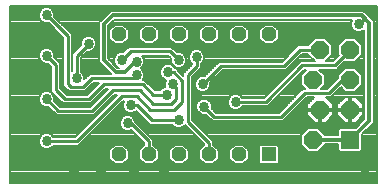
<source format=gbl>
G75*
%MOIN*%
%OFA0B0*%
%FSLAX24Y24*%
%IPPOS*%
%LPD*%
%AMOC8*
5,1,8,0,0,1.08239X$1,22.5*
%
%ADD10R,0.0472X0.0472*%
%ADD11OC8,0.0472*%
%ADD12OC8,0.0600*%
%ADD13R,0.0600X0.0600*%
%ADD14C,0.0337*%
%ADD15C,0.0100*%
%ADD16C,0.0070*%
%ADD17C,0.0120*%
D10*
X009041Y001391D03*
D11*
X008041Y001391D03*
X007041Y001391D03*
X006041Y001391D03*
X005041Y001391D03*
X004041Y001391D03*
X004041Y005391D03*
X005041Y005391D03*
X006041Y005391D03*
X007041Y005391D03*
X008041Y005391D03*
X009041Y005391D03*
D12*
X010760Y004885D03*
X011760Y004885D03*
X011760Y003885D03*
X010510Y003885D03*
X010760Y002885D03*
X011760Y002885D03*
X010510Y001885D03*
D13*
X011760Y001885D03*
D14*
X012235Y000735D03*
X007935Y003135D03*
X006885Y002985D03*
X006635Y003335D03*
X006835Y003735D03*
X005835Y003735D03*
X005635Y003385D03*
X004635Y004035D03*
X004635Y004485D03*
X004135Y004535D03*
X003035Y005085D03*
X001835Y005035D03*
X001635Y004685D03*
X002635Y003935D03*
X001635Y003235D03*
X002435Y002235D03*
X001635Y001835D03*
X002535Y000835D03*
X003435Y000835D03*
X004535Y000835D03*
X005535Y000835D03*
X005535Y001835D03*
X004335Y002435D03*
X004435Y003035D03*
X006035Y002535D03*
X005685Y004135D03*
X006035Y004535D03*
X006635Y004635D03*
X006535Y005635D03*
X007535Y005635D03*
X009635Y005235D03*
X012035Y005735D03*
X009935Y003735D03*
X001635Y006035D03*
D15*
X001648Y006035D01*
X002341Y005341D01*
X002341Y003741D01*
X002441Y003641D01*
X002841Y003641D01*
X003135Y003935D01*
X004535Y003935D01*
X004635Y004035D01*
X004835Y003735D02*
X005185Y003385D01*
X005635Y003385D01*
X005935Y003235D02*
X005935Y003635D01*
X005835Y003735D01*
X006135Y003835D02*
X005885Y004135D01*
X005685Y004135D01*
X006035Y004535D02*
X005735Y004835D01*
X004435Y004835D01*
X004135Y004535D01*
X003035Y005085D02*
X002635Y004685D01*
X002635Y003935D01*
X001941Y003541D02*
X002241Y003241D01*
X003041Y003241D01*
X003535Y003735D01*
X004835Y003735D01*
X004735Y003535D02*
X005185Y003085D01*
X005785Y003085D01*
X005935Y003235D01*
X006135Y003135D02*
X005885Y002885D01*
X005085Y002885D01*
X004635Y003335D01*
X004135Y003335D01*
X002635Y001835D01*
X001635Y001835D01*
X002029Y002841D02*
X001635Y003235D01*
X001941Y003541D02*
X001941Y004379D01*
X001635Y004685D01*
X003141Y002841D02*
X003835Y003535D01*
X004735Y003535D01*
X004635Y003035D02*
X004435Y003035D01*
X004635Y003035D02*
X005135Y002535D01*
X006035Y002535D01*
X006335Y002485D02*
X006335Y004035D01*
X006635Y004335D01*
X006635Y004635D01*
X007441Y004341D02*
X009541Y004341D01*
X010085Y004885D01*
X010760Y004885D01*
X011241Y004366D02*
X011760Y004885D01*
X011241Y004366D02*
X010166Y004366D01*
X008941Y003141D01*
X007941Y003141D01*
X007935Y003135D01*
X007229Y002641D02*
X006885Y002985D01*
X007229Y002641D02*
X009441Y002641D01*
X010241Y003441D01*
X011041Y003441D01*
X011485Y003885D01*
X011760Y003885D01*
X012035Y005735D02*
X012185Y005885D01*
X012285Y005885D01*
X007441Y004341D02*
X006835Y003735D01*
X006135Y003835D02*
X006135Y003135D01*
X006335Y002485D02*
X007035Y001785D01*
X007035Y001396D01*
X007041Y001391D01*
X005041Y001391D02*
X005041Y001829D01*
X004435Y002435D01*
X004335Y002435D01*
X003141Y002841D02*
X002029Y002841D01*
D16*
X000426Y000426D02*
X000426Y006356D01*
X012655Y006356D01*
X012655Y000426D01*
X000426Y000426D01*
X000426Y000447D02*
X012655Y000447D01*
X012655Y000515D02*
X000426Y000515D01*
X000426Y000584D02*
X012655Y000584D01*
X012655Y000652D02*
X000426Y000652D01*
X000426Y000721D02*
X012655Y000721D01*
X012655Y000789D02*
X000426Y000789D01*
X000426Y000858D02*
X012655Y000858D01*
X012655Y000926D02*
X000426Y000926D01*
X000426Y000995D02*
X012655Y000995D01*
X012655Y001063D02*
X009320Y001063D01*
X009316Y001060D02*
X009372Y001115D01*
X009372Y001666D01*
X009316Y001722D01*
X008765Y001722D01*
X008709Y001666D01*
X008709Y001115D01*
X008765Y001060D01*
X009316Y001060D01*
X009372Y001132D02*
X012655Y001132D01*
X012655Y001200D02*
X009372Y001200D01*
X009372Y001269D02*
X012655Y001269D01*
X012655Y001337D02*
X009372Y001337D01*
X009372Y001406D02*
X012655Y001406D01*
X012655Y001474D02*
X009372Y001474D01*
X009372Y001543D02*
X010294Y001543D01*
X010346Y001490D02*
X010674Y001490D01*
X010905Y001721D01*
X010905Y001730D01*
X011365Y001730D01*
X011365Y001546D01*
X011421Y001490D01*
X012099Y001490D01*
X012155Y001546D01*
X012155Y002061D01*
X012540Y002446D01*
X012540Y005849D01*
X012449Y005940D01*
X012440Y005949D01*
X012440Y005949D01*
X012290Y006099D01*
X012290Y006099D01*
X012199Y006190D01*
X003771Y006190D01*
X003471Y005890D01*
X003471Y005890D01*
X003380Y005799D01*
X003380Y004471D01*
X003471Y004380D01*
X003771Y004080D01*
X003075Y004080D01*
X002898Y003903D01*
X002898Y003987D01*
X002858Y004084D01*
X002784Y004158D01*
X002780Y004160D01*
X002780Y004625D01*
X002978Y004823D01*
X002983Y004822D01*
X003087Y004822D01*
X003184Y004862D01*
X003258Y004936D01*
X003298Y005033D01*
X003298Y005137D01*
X003258Y005234D01*
X003184Y005308D01*
X003087Y005348D01*
X002983Y005348D01*
X002886Y005308D01*
X002812Y005234D01*
X002772Y005137D01*
X002772Y005033D01*
X002773Y005028D01*
X002575Y004830D01*
X002490Y004745D01*
X002490Y004160D01*
X002486Y004159D01*
X002486Y005401D01*
X002401Y005486D01*
X001898Y005989D01*
X001898Y006087D01*
X001858Y006184D01*
X001784Y006258D01*
X001687Y006298D01*
X001583Y006298D01*
X001486Y006258D01*
X001412Y006184D01*
X001372Y006087D01*
X001372Y005983D01*
X001412Y005886D01*
X001486Y005812D01*
X001583Y005772D01*
X001687Y005772D01*
X001701Y005777D01*
X002196Y005281D01*
X002196Y003681D01*
X002296Y003581D01*
X002381Y003496D01*
X002901Y003496D01*
X003195Y003790D01*
X003385Y003790D01*
X002981Y003386D01*
X002301Y003386D01*
X002086Y003601D01*
X002086Y004439D01*
X002001Y004524D01*
X001897Y004628D01*
X001898Y004633D01*
X001898Y004737D01*
X001858Y004834D01*
X001784Y004908D01*
X001687Y004948D01*
X001583Y004948D01*
X001486Y004908D01*
X001412Y004834D01*
X001372Y004737D01*
X001372Y004633D01*
X001412Y004536D01*
X001486Y004462D01*
X001583Y004422D01*
X001687Y004422D01*
X001692Y004423D01*
X001796Y004319D01*
X001796Y003481D01*
X002096Y003181D01*
X002181Y003096D01*
X003101Y003096D01*
X003595Y003590D01*
X003685Y003590D01*
X003081Y002986D01*
X002089Y002986D01*
X001897Y003178D01*
X001898Y003183D01*
X001898Y003287D01*
X001858Y003384D01*
X001784Y003458D01*
X001687Y003498D01*
X001583Y003498D01*
X001486Y003458D01*
X001412Y003384D01*
X001372Y003287D01*
X001372Y003183D01*
X001412Y003086D01*
X001486Y003012D01*
X001583Y002972D01*
X001687Y002972D01*
X001692Y002973D01*
X001969Y002696D01*
X003201Y002696D01*
X003286Y002781D01*
X003895Y003390D01*
X003985Y003390D01*
X002575Y001980D01*
X001860Y001980D01*
X001858Y001984D01*
X001784Y002058D01*
X001687Y002098D01*
X001583Y002098D01*
X001486Y002058D01*
X001412Y001984D01*
X001372Y001887D01*
X001372Y001783D01*
X001412Y001686D01*
X001486Y001612D01*
X001583Y001572D01*
X001687Y001572D01*
X001784Y001612D01*
X001858Y001686D01*
X001860Y001690D01*
X002695Y001690D01*
X002780Y001775D01*
X004195Y003190D01*
X004217Y003190D01*
X004212Y003184D01*
X004172Y003087D01*
X004172Y002983D01*
X004212Y002886D01*
X004286Y002812D01*
X004383Y002772D01*
X004487Y002772D01*
X004584Y002812D01*
X004619Y002846D01*
X004990Y002475D01*
X005075Y002390D01*
X005810Y002390D01*
X005812Y002386D01*
X005886Y002312D01*
X005983Y002272D01*
X006087Y002272D01*
X006184Y002312D01*
X006244Y002371D01*
X006275Y002340D01*
X006890Y001725D01*
X006890Y001709D01*
X006709Y001528D01*
X006709Y001254D01*
X006903Y001060D01*
X007178Y001060D01*
X007372Y001254D01*
X007372Y001528D01*
X007180Y001720D01*
X007180Y001845D01*
X007095Y001930D01*
X006480Y002545D01*
X006480Y003975D01*
X006695Y004190D01*
X006780Y004275D01*
X006780Y004410D01*
X006784Y004412D01*
X006858Y004486D01*
X006898Y004583D01*
X006898Y004687D01*
X006858Y004784D01*
X006784Y004858D01*
X006687Y004898D01*
X006583Y004898D01*
X006486Y004858D01*
X006412Y004784D01*
X006372Y004687D01*
X006372Y004583D01*
X006412Y004486D01*
X006486Y004412D01*
X006490Y004410D01*
X006490Y004395D01*
X006190Y004095D01*
X006190Y003995D01*
X006030Y004187D01*
X006030Y004195D01*
X005992Y004233D01*
X005958Y004274D01*
X005950Y004275D01*
X005945Y004280D01*
X005910Y004280D01*
X005908Y004284D01*
X005834Y004358D01*
X005737Y004398D01*
X005633Y004398D01*
X005536Y004358D01*
X005462Y004284D01*
X005422Y004187D01*
X005422Y004083D01*
X005462Y003986D01*
X005536Y003912D01*
X005610Y003881D01*
X005572Y003787D01*
X005572Y003683D01*
X005586Y003648D01*
X005583Y003648D01*
X005486Y003608D01*
X005412Y003534D01*
X005410Y003530D01*
X005245Y003530D01*
X004895Y003880D01*
X004853Y003880D01*
X004858Y003886D01*
X004898Y003983D01*
X004898Y004087D01*
X004858Y004184D01*
X004784Y004258D01*
X004780Y004260D01*
X004784Y004262D01*
X004858Y004336D01*
X004898Y004433D01*
X004898Y004537D01*
X004858Y004634D01*
X004803Y004690D01*
X005675Y004690D01*
X005773Y004592D01*
X005772Y004587D01*
X005772Y004483D01*
X005812Y004386D01*
X005886Y004312D01*
X005983Y004272D01*
X006087Y004272D01*
X006184Y004312D01*
X006258Y004386D01*
X006298Y004483D01*
X006298Y004587D01*
X006258Y004684D01*
X006184Y004758D01*
X006087Y004798D01*
X005983Y004798D01*
X005978Y004797D01*
X005795Y004980D01*
X004375Y004980D01*
X004290Y004895D01*
X004192Y004797D01*
X004187Y004798D01*
X004083Y004798D01*
X003986Y004758D01*
X003912Y004684D01*
X003872Y004587D01*
X003872Y004483D01*
X003912Y004386D01*
X003986Y004312D01*
X004038Y004290D01*
X003999Y004290D01*
X003690Y004599D01*
X003690Y005671D01*
X003899Y005880D01*
X011810Y005880D01*
X011772Y005787D01*
X011772Y005683D01*
X011812Y005586D01*
X011886Y005512D01*
X011983Y005472D01*
X012087Y005472D01*
X012184Y005512D01*
X012230Y005557D01*
X012230Y002574D01*
X011936Y002280D01*
X011421Y002280D01*
X011365Y002224D01*
X011365Y002040D01*
X010905Y002040D01*
X010905Y002049D01*
X010674Y002280D01*
X010346Y002280D01*
X010115Y002049D01*
X010115Y001721D01*
X010346Y001490D01*
X010225Y001611D02*
X009372Y001611D01*
X009358Y001680D02*
X010157Y001680D01*
X010115Y001748D02*
X007180Y001748D01*
X007180Y001817D02*
X010115Y001817D01*
X010115Y001885D02*
X007140Y001885D01*
X007071Y001954D02*
X010115Y001954D01*
X010115Y002022D02*
X007003Y002022D01*
X006934Y002091D02*
X010157Y002091D01*
X010226Y002159D02*
X006866Y002159D01*
X006797Y002228D02*
X010294Y002228D01*
X010580Y002450D02*
X010725Y002450D01*
X010725Y002850D01*
X010795Y002850D01*
X010795Y002920D01*
X011195Y002920D01*
X011195Y003065D01*
X010964Y003296D01*
X011101Y003296D01*
X011446Y003641D01*
X011596Y003490D01*
X011924Y003490D01*
X012155Y003721D01*
X012155Y004049D01*
X011924Y004280D01*
X011596Y004280D01*
X011365Y004049D01*
X011365Y003970D01*
X011340Y003945D01*
X010981Y003586D01*
X010770Y003586D01*
X010905Y003721D01*
X010905Y004049D01*
X010732Y004221D01*
X011301Y004221D01*
X011386Y004306D01*
X011583Y004503D01*
X011596Y004490D01*
X011924Y004490D01*
X012155Y004721D01*
X012155Y005049D01*
X011924Y005280D01*
X011596Y005280D01*
X011365Y005049D01*
X011365Y004721D01*
X011378Y004708D01*
X011181Y004511D01*
X010945Y004511D01*
X011155Y004721D01*
X011155Y005049D01*
X010924Y005280D01*
X010596Y005280D01*
X010365Y005049D01*
X010365Y005030D01*
X010025Y005030D01*
X009481Y004486D01*
X007381Y004486D01*
X007296Y004401D01*
X006892Y003997D01*
X006887Y003998D01*
X006783Y003998D01*
X006686Y003958D01*
X006612Y003884D01*
X006572Y003787D01*
X006572Y003683D01*
X006612Y003586D01*
X006686Y003512D01*
X006783Y003472D01*
X006887Y003472D01*
X006984Y003512D01*
X007058Y003586D01*
X007098Y003683D01*
X007098Y003787D01*
X007097Y003792D01*
X007501Y004196D01*
X009601Y004196D01*
X010145Y004740D01*
X010365Y004740D01*
X010365Y004721D01*
X010575Y004511D01*
X010106Y004511D01*
X008881Y003286D01*
X008156Y003286D01*
X008084Y003358D01*
X007987Y003398D01*
X007883Y003398D01*
X007786Y003358D01*
X007712Y003284D01*
X007672Y003187D01*
X007056Y003187D01*
X007034Y003208D02*
X006937Y003248D01*
X006833Y003248D01*
X006736Y003208D01*
X006662Y003134D01*
X006622Y003037D01*
X006622Y002933D01*
X006662Y002836D01*
X006736Y002762D01*
X006833Y002722D01*
X006937Y002722D01*
X006942Y002723D01*
X007169Y002496D01*
X009501Y002496D01*
X010301Y003296D01*
X010556Y003296D01*
X010325Y003065D01*
X010325Y002920D01*
X010725Y002920D01*
X010725Y002850D01*
X010325Y002850D01*
X010325Y002705D01*
X010580Y002450D01*
X010528Y002502D02*
X009507Y002502D01*
X009575Y002570D02*
X010460Y002570D01*
X010391Y002639D02*
X009644Y002639D01*
X009712Y002707D02*
X010325Y002707D01*
X010325Y002776D02*
X009781Y002776D01*
X009849Y002844D02*
X010325Y002844D01*
X010325Y002981D02*
X009986Y002981D01*
X009918Y002913D02*
X010725Y002913D01*
X010725Y002844D02*
X010795Y002844D01*
X010795Y002850D02*
X010795Y002450D01*
X010940Y002450D01*
X011195Y002705D01*
X011195Y002850D01*
X010795Y002850D01*
X010795Y002913D02*
X011725Y002913D01*
X011725Y002920D02*
X011725Y002850D01*
X011795Y002850D01*
X011795Y002920D01*
X012195Y002920D01*
X012195Y003065D01*
X011940Y003320D01*
X011795Y003320D01*
X011795Y002920D01*
X011725Y002920D01*
X011725Y003320D01*
X011580Y003320D01*
X011325Y003065D01*
X011325Y002920D01*
X011725Y002920D01*
X011725Y002981D02*
X011795Y002981D01*
X011795Y002913D02*
X012230Y002913D01*
X012230Y002981D02*
X012195Y002981D01*
X012195Y003050D02*
X012230Y003050D01*
X012230Y003118D02*
X012142Y003118D01*
X012073Y003187D02*
X012230Y003187D01*
X012230Y003255D02*
X012005Y003255D01*
X011795Y003255D02*
X011725Y003255D01*
X011725Y003187D02*
X011795Y003187D01*
X011795Y003118D02*
X011725Y003118D01*
X011725Y003050D02*
X011795Y003050D01*
X011447Y003187D02*
X011073Y003187D01*
X011005Y003255D02*
X011515Y003255D01*
X011378Y003118D02*
X011142Y003118D01*
X011195Y003050D02*
X011325Y003050D01*
X011325Y002981D02*
X011195Y002981D01*
X011195Y002844D02*
X011325Y002844D01*
X011325Y002850D02*
X011325Y002705D01*
X011580Y002450D01*
X011725Y002450D01*
X011725Y002850D01*
X011325Y002850D01*
X011325Y002776D02*
X011195Y002776D01*
X011195Y002707D02*
X011325Y002707D01*
X011391Y002639D02*
X011129Y002639D01*
X011060Y002570D02*
X011460Y002570D01*
X011528Y002502D02*
X010992Y002502D01*
X010795Y002502D02*
X010725Y002502D01*
X010725Y002570D02*
X010795Y002570D01*
X010795Y002639D02*
X010725Y002639D01*
X010725Y002707D02*
X010795Y002707D01*
X010795Y002776D02*
X010725Y002776D01*
X010325Y003050D02*
X010055Y003050D01*
X010123Y003118D02*
X010378Y003118D01*
X010447Y003187D02*
X010192Y003187D01*
X010260Y003255D02*
X010515Y003255D01*
X010181Y003586D02*
X010096Y003501D01*
X009381Y002786D01*
X007289Y002786D01*
X007147Y002928D01*
X007148Y002933D01*
X007148Y003037D01*
X007108Y003134D01*
X007034Y003208D01*
X007115Y003118D02*
X007672Y003118D01*
X007672Y003083D02*
X007712Y002986D01*
X007786Y002912D01*
X007883Y002872D01*
X007987Y002872D01*
X008084Y002912D01*
X008158Y002986D01*
X008163Y002996D01*
X009001Y002996D01*
X009086Y003081D01*
X010226Y004221D01*
X010288Y004221D01*
X010115Y004049D01*
X010115Y003721D01*
X010250Y003586D01*
X010181Y003586D01*
X010239Y003598D02*
X009603Y003598D01*
X009671Y003666D02*
X010170Y003666D01*
X010115Y003735D02*
X009740Y003735D01*
X009808Y003803D02*
X010115Y003803D01*
X010115Y003872D02*
X009877Y003872D01*
X009945Y003940D02*
X010115Y003940D01*
X010115Y004009D02*
X010014Y004009D01*
X010082Y004077D02*
X010144Y004077D01*
X010151Y004146D02*
X010212Y004146D01*
X010219Y004214D02*
X010281Y004214D01*
X010015Y004420D02*
X009825Y004420D01*
X009893Y004488D02*
X010083Y004488D01*
X009962Y004557D02*
X010530Y004557D01*
X010461Y004625D02*
X010030Y004625D01*
X010099Y004694D02*
X010393Y004694D01*
X009963Y004968D02*
X005807Y004968D01*
X005876Y004899D02*
X009894Y004899D01*
X009826Y004831D02*
X006812Y004831D01*
X006867Y004762D02*
X009757Y004762D01*
X009689Y004694D02*
X006896Y004694D01*
X006898Y004625D02*
X009620Y004625D01*
X009552Y004557D02*
X006888Y004557D01*
X006859Y004488D02*
X009483Y004488D01*
X009756Y004351D02*
X009946Y004351D01*
X009878Y004283D02*
X009688Y004283D01*
X009619Y004214D02*
X009809Y004214D01*
X009741Y004146D02*
X007451Y004146D01*
X007382Y004077D02*
X009672Y004077D01*
X009604Y004009D02*
X007314Y004009D01*
X007245Y003940D02*
X009535Y003940D01*
X009467Y003872D02*
X007177Y003872D01*
X007108Y003803D02*
X009398Y003803D01*
X009330Y003735D02*
X007098Y003735D01*
X007092Y003666D02*
X009261Y003666D01*
X009193Y003598D02*
X007063Y003598D01*
X007002Y003529D02*
X009124Y003529D01*
X009056Y003461D02*
X006480Y003461D01*
X006480Y003529D02*
X006668Y003529D01*
X006607Y003598D02*
X006480Y003598D01*
X006480Y003666D02*
X006578Y003666D01*
X006572Y003735D02*
X006480Y003735D01*
X006480Y003803D02*
X006578Y003803D01*
X006607Y003872D02*
X006480Y003872D01*
X006480Y003940D02*
X006668Y003940D01*
X006514Y004009D02*
X006904Y004009D01*
X006972Y004077D02*
X006582Y004077D01*
X006651Y004146D02*
X007041Y004146D01*
X007109Y004214D02*
X006719Y004214D01*
X006780Y004283D02*
X007178Y004283D01*
X007246Y004351D02*
X006780Y004351D01*
X006792Y004420D02*
X007315Y004420D01*
X006478Y004420D02*
X006272Y004420D01*
X006298Y004488D02*
X006411Y004488D01*
X006382Y004557D02*
X006298Y004557D01*
X006283Y004625D02*
X006372Y004625D01*
X006374Y004694D02*
X006249Y004694D01*
X006175Y004762D02*
X006403Y004762D01*
X006458Y004831D02*
X005944Y004831D01*
X005903Y005060D02*
X006178Y005060D01*
X006372Y005254D01*
X006372Y005528D01*
X006178Y005722D01*
X005903Y005722D01*
X005709Y005528D01*
X005709Y005254D01*
X005903Y005060D01*
X005858Y005105D02*
X005223Y005105D01*
X005178Y005060D02*
X005372Y005254D01*
X005372Y005528D01*
X005178Y005722D01*
X004903Y005722D01*
X004709Y005528D01*
X004709Y005254D01*
X004903Y005060D01*
X005178Y005060D01*
X005291Y005173D02*
X005790Y005173D01*
X005721Y005242D02*
X005360Y005242D01*
X005372Y005310D02*
X005709Y005310D01*
X005709Y005379D02*
X005372Y005379D01*
X005372Y005447D02*
X005709Y005447D01*
X005709Y005516D02*
X005372Y005516D01*
X005316Y005584D02*
X005766Y005584D01*
X005834Y005653D02*
X005247Y005653D01*
X005179Y005721D02*
X005903Y005721D01*
X006179Y005721D02*
X006903Y005721D01*
X006903Y005722D02*
X006709Y005528D01*
X006709Y005254D01*
X006903Y005060D01*
X007178Y005060D01*
X007372Y005254D01*
X007372Y005528D01*
X007178Y005722D01*
X006903Y005722D01*
X006834Y005653D02*
X006247Y005653D01*
X006316Y005584D02*
X006766Y005584D01*
X006709Y005516D02*
X006372Y005516D01*
X006372Y005447D02*
X006709Y005447D01*
X006709Y005379D02*
X006372Y005379D01*
X006372Y005310D02*
X006709Y005310D01*
X006721Y005242D02*
X006360Y005242D01*
X006291Y005173D02*
X006790Y005173D01*
X006858Y005105D02*
X006223Y005105D01*
X005740Y004625D02*
X004862Y004625D01*
X004890Y004557D02*
X005772Y004557D01*
X005772Y004488D02*
X004898Y004488D01*
X004893Y004420D02*
X005798Y004420D01*
X005841Y004351D02*
X005846Y004351D01*
X005909Y004283D02*
X005955Y004283D01*
X006011Y004214D02*
X006309Y004214D01*
X006241Y004146D02*
X006065Y004146D01*
X006122Y004077D02*
X006190Y004077D01*
X006179Y004009D02*
X006190Y004009D01*
X006115Y004283D02*
X006378Y004283D01*
X006446Y004351D02*
X006224Y004351D01*
X005529Y004351D02*
X004865Y004351D01*
X004805Y004283D02*
X005461Y004283D01*
X005433Y004214D02*
X004828Y004214D01*
X004874Y004146D02*
X005422Y004146D01*
X005424Y004077D02*
X004898Y004077D01*
X004898Y004009D02*
X005452Y004009D01*
X005507Y003940D02*
X004881Y003940D01*
X004903Y003872D02*
X005607Y003872D01*
X005578Y003803D02*
X004972Y003803D01*
X005040Y003735D02*
X005572Y003735D01*
X005578Y003666D02*
X005109Y003666D01*
X005177Y003598D02*
X005475Y003598D01*
X006480Y003392D02*
X007868Y003392D01*
X008002Y003392D02*
X008987Y003392D01*
X008919Y003324D02*
X008119Y003324D01*
X007751Y003324D02*
X006480Y003324D01*
X006480Y003255D02*
X007700Y003255D01*
X007672Y003187D02*
X007672Y003083D01*
X007685Y003050D02*
X007143Y003050D01*
X007148Y002981D02*
X007716Y002981D01*
X007785Y002913D02*
X007162Y002913D01*
X007231Y002844D02*
X009439Y002844D01*
X009508Y002913D02*
X008085Y002913D01*
X008154Y002981D02*
X009576Y002981D01*
X009645Y003050D02*
X009055Y003050D01*
X009123Y003118D02*
X009713Y003118D01*
X009782Y003187D02*
X009192Y003187D01*
X009260Y003255D02*
X009850Y003255D01*
X009919Y003324D02*
X009329Y003324D01*
X009397Y003392D02*
X009987Y003392D01*
X010056Y003461D02*
X009466Y003461D01*
X009534Y003529D02*
X010124Y003529D01*
X010781Y003598D02*
X010993Y003598D01*
X011061Y003666D02*
X010850Y003666D01*
X010905Y003735D02*
X011130Y003735D01*
X011198Y003803D02*
X010905Y003803D01*
X010905Y003872D02*
X011267Y003872D01*
X011335Y003940D02*
X010905Y003940D01*
X010905Y004009D02*
X011365Y004009D01*
X011394Y004077D02*
X010876Y004077D01*
X010808Y004146D02*
X011462Y004146D01*
X011531Y004214D02*
X010739Y004214D01*
X010990Y004557D02*
X011227Y004557D01*
X011295Y004625D02*
X011059Y004625D01*
X011127Y004694D02*
X011364Y004694D01*
X011365Y004762D02*
X011155Y004762D01*
X011155Y004831D02*
X011365Y004831D01*
X011365Y004899D02*
X011155Y004899D01*
X011155Y004968D02*
X011365Y004968D01*
X011365Y005036D02*
X011155Y005036D01*
X011099Y005105D02*
X011421Y005105D01*
X011490Y005173D02*
X011030Y005173D01*
X010962Y005242D02*
X011558Y005242D01*
X011962Y005242D02*
X012230Y005242D01*
X012230Y005310D02*
X009372Y005310D01*
X009372Y005254D02*
X009178Y005060D01*
X008903Y005060D01*
X008709Y005254D01*
X008709Y005528D01*
X008903Y005722D01*
X009178Y005722D01*
X009372Y005528D01*
X009372Y005254D01*
X009360Y005242D02*
X010558Y005242D01*
X010490Y005173D02*
X009291Y005173D01*
X009223Y005105D02*
X010421Y005105D01*
X010365Y005036D02*
X003690Y005036D01*
X003690Y004968D02*
X004363Y004968D01*
X004294Y004899D02*
X003690Y004899D01*
X003690Y004831D02*
X004226Y004831D01*
X003995Y004762D02*
X003690Y004762D01*
X003690Y004694D02*
X003921Y004694D01*
X003887Y004625D02*
X003690Y004625D01*
X003732Y004557D02*
X003872Y004557D01*
X003872Y004488D02*
X003801Y004488D01*
X003869Y004420D02*
X003898Y004420D01*
X003938Y004351D02*
X003946Y004351D01*
X003636Y004214D02*
X002780Y004214D01*
X002780Y004283D02*
X003568Y004283D01*
X003499Y004351D02*
X002780Y004351D01*
X002780Y004420D02*
X003431Y004420D01*
X003380Y004488D02*
X002780Y004488D01*
X002780Y004557D02*
X003380Y004557D01*
X003380Y004625D02*
X002780Y004625D01*
X002849Y004694D02*
X003380Y004694D01*
X003380Y004762D02*
X002917Y004762D01*
X003110Y004831D02*
X003380Y004831D01*
X003380Y004899D02*
X003222Y004899D01*
X003272Y004968D02*
X003380Y004968D01*
X003380Y005036D02*
X003298Y005036D01*
X003298Y005105D02*
X003380Y005105D01*
X003380Y005173D02*
X003284Y005173D01*
X003251Y005242D02*
X003380Y005242D01*
X003380Y005310D02*
X003179Y005310D01*
X003380Y005379D02*
X002486Y005379D01*
X002486Y005310D02*
X002891Y005310D01*
X002819Y005242D02*
X002486Y005242D01*
X002486Y005173D02*
X002786Y005173D01*
X002772Y005105D02*
X002486Y005105D01*
X002486Y005036D02*
X002772Y005036D01*
X002713Y004968D02*
X002486Y004968D01*
X002486Y004899D02*
X002644Y004899D01*
X002576Y004831D02*
X002486Y004831D01*
X002486Y004762D02*
X002507Y004762D01*
X002490Y004694D02*
X002486Y004694D01*
X002486Y004625D02*
X002490Y004625D01*
X002486Y004557D02*
X002490Y004557D01*
X002486Y004488D02*
X002490Y004488D01*
X002486Y004420D02*
X002490Y004420D01*
X002486Y004351D02*
X002490Y004351D01*
X002486Y004283D02*
X002490Y004283D01*
X002486Y004214D02*
X002490Y004214D01*
X002196Y004214D02*
X002086Y004214D01*
X002086Y004146D02*
X002196Y004146D01*
X002196Y004077D02*
X002086Y004077D01*
X002086Y004009D02*
X002196Y004009D01*
X002196Y003940D02*
X002086Y003940D01*
X002086Y003872D02*
X002196Y003872D01*
X002196Y003803D02*
X002086Y003803D01*
X002086Y003735D02*
X002196Y003735D01*
X002211Y003666D02*
X002086Y003666D01*
X002090Y003598D02*
X002280Y003598D01*
X002348Y003529D02*
X002158Y003529D01*
X002227Y003461D02*
X003056Y003461D01*
X003124Y003529D02*
X002934Y003529D01*
X003003Y003598D02*
X003193Y003598D01*
X003261Y003666D02*
X003071Y003666D01*
X003140Y003735D02*
X003330Y003735D01*
X003534Y003529D02*
X003624Y003529D01*
X003556Y003461D02*
X003466Y003461D01*
X003487Y003392D02*
X003397Y003392D01*
X003419Y003324D02*
X003329Y003324D01*
X003350Y003255D02*
X003260Y003255D01*
X003282Y003187D02*
X003192Y003187D01*
X003213Y003118D02*
X003123Y003118D01*
X003145Y003050D02*
X002025Y003050D01*
X001957Y003118D02*
X002159Y003118D01*
X002091Y003187D02*
X001898Y003187D01*
X001898Y003255D02*
X002022Y003255D01*
X001954Y003324D02*
X001883Y003324D01*
X001885Y003392D02*
X001850Y003392D01*
X001817Y003461D02*
X001778Y003461D01*
X001796Y003529D02*
X000426Y003529D01*
X000426Y003461D02*
X001492Y003461D01*
X001420Y003392D02*
X000426Y003392D01*
X000426Y003324D02*
X001387Y003324D01*
X001372Y003255D02*
X000426Y003255D01*
X000426Y003187D02*
X001372Y003187D01*
X001398Y003118D02*
X000426Y003118D01*
X000426Y003050D02*
X001448Y003050D01*
X001559Y002981D02*
X000426Y002981D01*
X000426Y002913D02*
X001752Y002913D01*
X001821Y002844D02*
X000426Y002844D01*
X000426Y002776D02*
X001889Y002776D01*
X001958Y002707D02*
X000426Y002707D01*
X000426Y002639D02*
X003234Y002639D01*
X003212Y002707D02*
X003302Y002707D01*
X003281Y002776D02*
X003371Y002776D01*
X003349Y002844D02*
X003439Y002844D01*
X003418Y002913D02*
X003508Y002913D01*
X003486Y002981D02*
X003576Y002981D01*
X003555Y003050D02*
X003645Y003050D01*
X003623Y003118D02*
X003713Y003118D01*
X003692Y003187D02*
X003782Y003187D01*
X003760Y003255D02*
X003850Y003255D01*
X003829Y003324D02*
X003919Y003324D01*
X004192Y003187D02*
X004214Y003187D01*
X004184Y003118D02*
X004123Y003118D01*
X004172Y003050D02*
X004055Y003050D01*
X003986Y002981D02*
X004172Y002981D01*
X004200Y002913D02*
X003918Y002913D01*
X003849Y002844D02*
X004253Y002844D01*
X004372Y002776D02*
X003781Y002776D01*
X003712Y002707D02*
X004758Y002707D01*
X004826Y002639D02*
X004504Y002639D01*
X004484Y002658D02*
X004387Y002698D01*
X004283Y002698D01*
X004186Y002658D01*
X004112Y002584D01*
X004072Y002487D01*
X004072Y002383D01*
X004112Y002286D01*
X004186Y002212D01*
X004283Y002172D01*
X004387Y002172D01*
X004462Y002203D01*
X004896Y001769D01*
X004896Y001714D01*
X004709Y001528D01*
X004709Y001254D01*
X004903Y001060D01*
X005178Y001060D01*
X005372Y001254D01*
X005372Y001528D01*
X005186Y001714D01*
X005186Y001890D01*
X004598Y002477D01*
X004598Y002487D01*
X004558Y002584D01*
X004484Y002658D01*
X004564Y002570D02*
X004895Y002570D01*
X004963Y002502D02*
X004592Y002502D01*
X004642Y002433D02*
X005032Y002433D01*
X004779Y002296D02*
X005923Y002296D01*
X005833Y002365D02*
X004710Y002365D01*
X004847Y002228D02*
X006387Y002228D01*
X006319Y002296D02*
X006147Y002296D01*
X006237Y002365D02*
X006250Y002365D01*
X006275Y002340D02*
X006275Y002340D01*
X006523Y002502D02*
X007163Y002502D01*
X007095Y002570D02*
X006480Y002570D01*
X006480Y002639D02*
X007026Y002639D01*
X006958Y002707D02*
X006480Y002707D01*
X006480Y002776D02*
X006722Y002776D01*
X006658Y002844D02*
X006480Y002844D01*
X006480Y002913D02*
X006630Y002913D01*
X006622Y002981D02*
X006480Y002981D01*
X006480Y003050D02*
X006627Y003050D01*
X006655Y003118D02*
X006480Y003118D01*
X006480Y003187D02*
X006714Y003187D01*
X006592Y002433D02*
X012089Y002433D01*
X012021Y002365D02*
X006660Y002365D01*
X006729Y002296D02*
X011952Y002296D01*
X011940Y002450D02*
X011795Y002450D01*
X011795Y002850D01*
X012195Y002850D01*
X012195Y002705D01*
X011940Y002450D01*
X011992Y002502D02*
X012158Y002502D01*
X012226Y002570D02*
X012060Y002570D01*
X012129Y002639D02*
X012230Y002639D01*
X012230Y002707D02*
X012195Y002707D01*
X012195Y002776D02*
X012230Y002776D01*
X012230Y002844D02*
X012195Y002844D01*
X012540Y002844D02*
X012655Y002844D01*
X012655Y002776D02*
X012540Y002776D01*
X012540Y002707D02*
X012655Y002707D01*
X012655Y002639D02*
X012540Y002639D01*
X012540Y002570D02*
X012655Y002570D01*
X012655Y002502D02*
X012540Y002502D01*
X012528Y002433D02*
X012655Y002433D01*
X012655Y002365D02*
X012459Y002365D01*
X012391Y002296D02*
X012655Y002296D01*
X012655Y002228D02*
X012322Y002228D01*
X012254Y002159D02*
X012655Y002159D01*
X012655Y002091D02*
X012185Y002091D01*
X012155Y002022D02*
X012655Y002022D01*
X012655Y001954D02*
X012155Y001954D01*
X012155Y001885D02*
X012655Y001885D01*
X012655Y001817D02*
X012155Y001817D01*
X012155Y001748D02*
X012655Y001748D01*
X012655Y001680D02*
X012155Y001680D01*
X012155Y001611D02*
X012655Y001611D01*
X012655Y001543D02*
X012152Y001543D01*
X011368Y001543D02*
X010726Y001543D01*
X010795Y001611D02*
X011365Y001611D01*
X011365Y001680D02*
X010863Y001680D01*
X010863Y002091D02*
X011365Y002091D01*
X011365Y002159D02*
X010794Y002159D01*
X010726Y002228D02*
X011368Y002228D01*
X011725Y002502D02*
X011795Y002502D01*
X011795Y002570D02*
X011725Y002570D01*
X011725Y002639D02*
X011795Y002639D01*
X011795Y002707D02*
X011725Y002707D01*
X011725Y002776D02*
X011795Y002776D01*
X011795Y002844D02*
X011725Y002844D01*
X012540Y002913D02*
X012655Y002913D01*
X012655Y002981D02*
X012540Y002981D01*
X012540Y003050D02*
X012655Y003050D01*
X012655Y003118D02*
X012540Y003118D01*
X012540Y003187D02*
X012655Y003187D01*
X012655Y003255D02*
X012540Y003255D01*
X012540Y003324D02*
X012655Y003324D01*
X012655Y003392D02*
X012540Y003392D01*
X012540Y003461D02*
X012655Y003461D01*
X012655Y003529D02*
X012540Y003529D01*
X012540Y003598D02*
X012655Y003598D01*
X012655Y003666D02*
X012540Y003666D01*
X012540Y003735D02*
X012655Y003735D01*
X012655Y003803D02*
X012540Y003803D01*
X012540Y003872D02*
X012655Y003872D01*
X012655Y003940D02*
X012540Y003940D01*
X012540Y004009D02*
X012655Y004009D01*
X012655Y004077D02*
X012540Y004077D01*
X012540Y004146D02*
X012655Y004146D01*
X012655Y004214D02*
X012540Y004214D01*
X012540Y004283D02*
X012655Y004283D01*
X012655Y004351D02*
X012540Y004351D01*
X012540Y004420D02*
X012655Y004420D01*
X012655Y004488D02*
X012540Y004488D01*
X012540Y004557D02*
X012655Y004557D01*
X012655Y004625D02*
X012540Y004625D01*
X012540Y004694D02*
X012655Y004694D01*
X012655Y004762D02*
X012540Y004762D01*
X012540Y004831D02*
X012655Y004831D01*
X012655Y004899D02*
X012540Y004899D01*
X012540Y004968D02*
X012655Y004968D01*
X012655Y005036D02*
X012540Y005036D01*
X012540Y005105D02*
X012655Y005105D01*
X012655Y005173D02*
X012540Y005173D01*
X012540Y005242D02*
X012655Y005242D01*
X012655Y005310D02*
X012540Y005310D01*
X012540Y005379D02*
X012655Y005379D01*
X012655Y005447D02*
X012540Y005447D01*
X012540Y005516D02*
X012655Y005516D01*
X012655Y005584D02*
X012540Y005584D01*
X012540Y005653D02*
X012655Y005653D01*
X012655Y005721D02*
X012540Y005721D01*
X012540Y005790D02*
X012655Y005790D01*
X012655Y005858D02*
X012531Y005858D01*
X012462Y005927D02*
X012655Y005927D01*
X012655Y005995D02*
X012394Y005995D01*
X012449Y005940D02*
X012449Y005940D01*
X012325Y006064D02*
X012655Y006064D01*
X012655Y006132D02*
X012257Y006132D01*
X012655Y006201D02*
X001842Y006201D01*
X001880Y006132D02*
X003713Y006132D01*
X003645Y006064D02*
X001898Y006064D01*
X001898Y005995D02*
X003576Y005995D01*
X003508Y005927D02*
X001961Y005927D01*
X002029Y005858D02*
X003439Y005858D01*
X003380Y005790D02*
X002098Y005790D01*
X002166Y005721D02*
X003380Y005721D01*
X003380Y005653D02*
X002235Y005653D01*
X002303Y005584D02*
X003380Y005584D01*
X003380Y005516D02*
X002372Y005516D01*
X002440Y005447D02*
X003380Y005447D01*
X003690Y005447D02*
X003709Y005447D01*
X003709Y005379D02*
X003690Y005379D01*
X003690Y005310D02*
X003709Y005310D01*
X003709Y005254D02*
X003903Y005060D01*
X004178Y005060D01*
X004372Y005254D01*
X004372Y005528D01*
X004178Y005722D01*
X003903Y005722D01*
X003709Y005528D01*
X003709Y005254D01*
X003721Y005242D02*
X003690Y005242D01*
X003690Y005173D02*
X003790Y005173D01*
X003858Y005105D02*
X003690Y005105D01*
X004223Y005105D02*
X004858Y005105D01*
X004790Y005173D02*
X004291Y005173D01*
X004360Y005242D02*
X004721Y005242D01*
X004709Y005310D02*
X004372Y005310D01*
X004372Y005379D02*
X004709Y005379D01*
X004709Y005447D02*
X004372Y005447D01*
X004372Y005516D02*
X004709Y005516D01*
X004766Y005584D02*
X004316Y005584D01*
X004247Y005653D02*
X004834Y005653D01*
X004903Y005721D02*
X004179Y005721D01*
X003903Y005721D02*
X003741Y005721D01*
X003690Y005653D02*
X003834Y005653D01*
X003766Y005584D02*
X003690Y005584D01*
X003690Y005516D02*
X003709Y005516D01*
X003809Y005790D02*
X011773Y005790D01*
X011772Y005721D02*
X009179Y005721D01*
X009247Y005653D02*
X011784Y005653D01*
X011813Y005584D02*
X009316Y005584D01*
X009372Y005516D02*
X011882Y005516D01*
X012188Y005516D02*
X012230Y005516D01*
X012230Y005447D02*
X009372Y005447D01*
X009372Y005379D02*
X012230Y005379D01*
X012230Y005173D02*
X012030Y005173D01*
X012099Y005105D02*
X012230Y005105D01*
X012230Y005036D02*
X012155Y005036D01*
X012155Y004968D02*
X012230Y004968D01*
X012230Y004899D02*
X012155Y004899D01*
X012155Y004831D02*
X012230Y004831D01*
X012230Y004762D02*
X012155Y004762D01*
X012127Y004694D02*
X012230Y004694D01*
X012230Y004625D02*
X012059Y004625D01*
X011990Y004557D02*
X012230Y004557D01*
X012230Y004488D02*
X011568Y004488D01*
X011500Y004420D02*
X012230Y004420D01*
X012230Y004351D02*
X011431Y004351D01*
X011363Y004283D02*
X012230Y004283D01*
X012230Y004214D02*
X011989Y004214D01*
X012058Y004146D02*
X012230Y004146D01*
X012230Y004077D02*
X012126Y004077D01*
X012155Y004009D02*
X012230Y004009D01*
X012230Y003940D02*
X012155Y003940D01*
X012155Y003872D02*
X012230Y003872D01*
X012230Y003803D02*
X012155Y003803D01*
X012155Y003735D02*
X012230Y003735D01*
X012230Y003666D02*
X012100Y003666D01*
X012031Y003598D02*
X012230Y003598D01*
X012230Y003529D02*
X011963Y003529D01*
X012230Y003461D02*
X011266Y003461D01*
X011334Y003529D02*
X011557Y003529D01*
X011489Y003598D02*
X011403Y003598D01*
X011197Y003392D02*
X012230Y003392D01*
X012230Y003324D02*
X011129Y003324D01*
X008372Y001528D02*
X008178Y001722D01*
X007903Y001722D01*
X007709Y001528D01*
X007709Y001254D01*
X007903Y001060D01*
X008178Y001060D01*
X008372Y001254D01*
X008372Y001528D01*
X008357Y001543D02*
X008709Y001543D01*
X008709Y001611D02*
X008289Y001611D01*
X008220Y001680D02*
X008723Y001680D01*
X008709Y001474D02*
X008372Y001474D01*
X008372Y001406D02*
X008709Y001406D01*
X008709Y001337D02*
X008372Y001337D01*
X008372Y001269D02*
X008709Y001269D01*
X008709Y001200D02*
X008318Y001200D01*
X008250Y001132D02*
X008709Y001132D01*
X008761Y001063D02*
X008181Y001063D01*
X007900Y001063D02*
X007181Y001063D01*
X007250Y001132D02*
X007831Y001132D01*
X007763Y001200D02*
X007318Y001200D01*
X007372Y001269D02*
X007709Y001269D01*
X007709Y001337D02*
X007372Y001337D01*
X007372Y001406D02*
X007709Y001406D01*
X007709Y001474D02*
X007372Y001474D01*
X007357Y001543D02*
X007724Y001543D01*
X007792Y001611D02*
X007289Y001611D01*
X007220Y001680D02*
X007861Y001680D01*
X006867Y001748D02*
X005186Y001748D01*
X005186Y001817D02*
X006798Y001817D01*
X006730Y001885D02*
X005186Y001885D01*
X005121Y001954D02*
X006661Y001954D01*
X006593Y002022D02*
X005053Y002022D01*
X004984Y002091D02*
X006524Y002091D01*
X006456Y002159D02*
X004916Y002159D01*
X004711Y001954D02*
X002959Y001954D01*
X003027Y002022D02*
X004643Y002022D01*
X004574Y002091D02*
X003096Y002091D01*
X003164Y002159D02*
X004506Y002159D01*
X004170Y002228D02*
X003233Y002228D01*
X003301Y002296D02*
X004107Y002296D01*
X004079Y002365D02*
X003370Y002365D01*
X003438Y002433D02*
X004072Y002433D01*
X004078Y002502D02*
X003507Y002502D01*
X003575Y002570D02*
X004106Y002570D01*
X004166Y002639D02*
X003644Y002639D01*
X003165Y002570D02*
X000426Y002570D01*
X000426Y002502D02*
X003097Y002502D01*
X003028Y002433D02*
X000426Y002433D01*
X000426Y002365D02*
X002960Y002365D01*
X002891Y002296D02*
X000426Y002296D01*
X000426Y002228D02*
X002823Y002228D01*
X002754Y002159D02*
X000426Y002159D01*
X000426Y002091D02*
X001564Y002091D01*
X001450Y002022D02*
X000426Y002022D01*
X000426Y001954D02*
X001399Y001954D01*
X001372Y001885D02*
X000426Y001885D01*
X000426Y001817D02*
X001372Y001817D01*
X001386Y001748D02*
X000426Y001748D01*
X000426Y001680D02*
X001418Y001680D01*
X001487Y001611D02*
X000426Y001611D01*
X000426Y001543D02*
X003724Y001543D01*
X003709Y001528D02*
X003709Y001254D01*
X003903Y001060D01*
X004178Y001060D01*
X004372Y001254D01*
X004372Y001528D01*
X004178Y001722D01*
X003903Y001722D01*
X003709Y001528D01*
X003709Y001474D02*
X000426Y001474D01*
X000426Y001406D02*
X003709Y001406D01*
X003709Y001337D02*
X000426Y001337D01*
X000426Y001269D02*
X003709Y001269D01*
X003763Y001200D02*
X000426Y001200D01*
X000426Y001132D02*
X003831Y001132D01*
X003900Y001063D02*
X000426Y001063D01*
X001783Y001611D02*
X003792Y001611D01*
X003861Y001680D02*
X001852Y001680D01*
X001820Y002022D02*
X002617Y002022D01*
X002686Y002091D02*
X001706Y002091D01*
X002753Y001748D02*
X004896Y001748D01*
X004861Y001680D02*
X004220Y001680D01*
X004289Y001611D02*
X004792Y001611D01*
X004724Y001543D02*
X004357Y001543D01*
X004372Y001474D02*
X004709Y001474D01*
X004709Y001406D02*
X004372Y001406D01*
X004372Y001337D02*
X004709Y001337D01*
X004709Y001269D02*
X004372Y001269D01*
X004318Y001200D02*
X004763Y001200D01*
X004831Y001132D02*
X004250Y001132D01*
X004181Y001063D02*
X004900Y001063D01*
X005181Y001063D02*
X005900Y001063D01*
X005903Y001060D02*
X006178Y001060D01*
X006372Y001254D01*
X006372Y001528D01*
X006178Y001722D01*
X005903Y001722D01*
X005709Y001528D01*
X005709Y001254D01*
X005903Y001060D01*
X005831Y001132D02*
X005250Y001132D01*
X005318Y001200D02*
X005763Y001200D01*
X005709Y001269D02*
X005372Y001269D01*
X005372Y001337D02*
X005709Y001337D01*
X005709Y001406D02*
X005372Y001406D01*
X005372Y001474D02*
X005709Y001474D01*
X005724Y001543D02*
X005357Y001543D01*
X005289Y001611D02*
X005792Y001611D01*
X005861Y001680D02*
X005220Y001680D01*
X004848Y001817D02*
X002822Y001817D01*
X002890Y001885D02*
X004780Y001885D01*
X006220Y001680D02*
X006861Y001680D01*
X006792Y001611D02*
X006289Y001611D01*
X006357Y001543D02*
X006724Y001543D01*
X006709Y001474D02*
X006372Y001474D01*
X006372Y001406D02*
X006709Y001406D01*
X006709Y001337D02*
X006372Y001337D01*
X006372Y001269D02*
X006709Y001269D01*
X006763Y001200D02*
X006318Y001200D01*
X006250Y001132D02*
X006831Y001132D01*
X006900Y001063D02*
X006181Y001063D01*
X004689Y002776D02*
X004498Y002776D01*
X004617Y002844D02*
X004621Y002844D01*
X002987Y003392D02*
X002295Y003392D01*
X001796Y003598D02*
X000426Y003598D01*
X000426Y003666D02*
X001796Y003666D01*
X001796Y003735D02*
X000426Y003735D01*
X000426Y003803D02*
X001796Y003803D01*
X001796Y003872D02*
X000426Y003872D01*
X000426Y003940D02*
X001796Y003940D01*
X001796Y004009D02*
X000426Y004009D01*
X000426Y004077D02*
X001796Y004077D01*
X001796Y004146D02*
X000426Y004146D01*
X000426Y004214D02*
X001796Y004214D01*
X001796Y004283D02*
X000426Y004283D01*
X000426Y004351D02*
X001764Y004351D01*
X001695Y004420D02*
X000426Y004420D01*
X000426Y004488D02*
X001459Y004488D01*
X001403Y004557D02*
X000426Y004557D01*
X000426Y004625D02*
X001375Y004625D01*
X001372Y004694D02*
X000426Y004694D01*
X000426Y004762D02*
X001382Y004762D01*
X001410Y004831D02*
X000426Y004831D01*
X000426Y004899D02*
X001477Y004899D01*
X001793Y004899D02*
X002196Y004899D01*
X002196Y004831D02*
X001860Y004831D01*
X001888Y004762D02*
X002196Y004762D01*
X002196Y004694D02*
X001898Y004694D01*
X001900Y004625D02*
X002196Y004625D01*
X002196Y004557D02*
X001968Y004557D01*
X002037Y004488D02*
X002196Y004488D01*
X002196Y004420D02*
X002086Y004420D01*
X002086Y004351D02*
X002196Y004351D01*
X002196Y004283D02*
X002086Y004283D01*
X002797Y004146D02*
X003705Y004146D01*
X003072Y004077D02*
X002861Y004077D01*
X002890Y004009D02*
X003004Y004009D01*
X002935Y003940D02*
X002898Y003940D01*
X002196Y004968D02*
X000426Y004968D01*
X000426Y005036D02*
X002196Y005036D01*
X002196Y005105D02*
X000426Y005105D01*
X000426Y005173D02*
X002196Y005173D01*
X002196Y005242D02*
X000426Y005242D01*
X000426Y005310D02*
X002167Y005310D01*
X002099Y005379D02*
X000426Y005379D01*
X000426Y005447D02*
X002030Y005447D01*
X001962Y005516D02*
X000426Y005516D01*
X000426Y005584D02*
X001893Y005584D01*
X001825Y005653D02*
X000426Y005653D01*
X000426Y005721D02*
X001756Y005721D01*
X001539Y005790D02*
X000426Y005790D01*
X000426Y005858D02*
X001439Y005858D01*
X001395Y005927D02*
X000426Y005927D01*
X000426Y005995D02*
X001372Y005995D01*
X001372Y006064D02*
X000426Y006064D01*
X000426Y006132D02*
X001390Y006132D01*
X001428Y006201D02*
X000426Y006201D01*
X000426Y006269D02*
X001512Y006269D01*
X001758Y006269D02*
X012655Y006269D01*
X012655Y006338D02*
X000426Y006338D01*
X003878Y005858D02*
X011801Y005858D01*
X008903Y005721D02*
X008179Y005721D01*
X008178Y005722D02*
X007903Y005722D01*
X007709Y005528D01*
X007709Y005254D01*
X007903Y005060D01*
X008178Y005060D01*
X008372Y005254D01*
X008372Y005528D01*
X008178Y005722D01*
X008247Y005653D02*
X008834Y005653D01*
X008766Y005584D02*
X008316Y005584D01*
X008372Y005516D02*
X008709Y005516D01*
X008709Y005447D02*
X008372Y005447D01*
X008372Y005379D02*
X008709Y005379D01*
X008709Y005310D02*
X008372Y005310D01*
X008360Y005242D02*
X008721Y005242D01*
X008790Y005173D02*
X008291Y005173D01*
X008223Y005105D02*
X008858Y005105D01*
X007858Y005105D02*
X007223Y005105D01*
X007291Y005173D02*
X007790Y005173D01*
X007721Y005242D02*
X007360Y005242D01*
X007372Y005310D02*
X007709Y005310D01*
X007709Y005379D02*
X007372Y005379D01*
X007372Y005447D02*
X007709Y005447D01*
X007709Y005516D02*
X007372Y005516D01*
X007316Y005584D02*
X007766Y005584D01*
X007834Y005653D02*
X007247Y005653D01*
X007179Y005721D02*
X007903Y005721D01*
D17*
X004635Y004485D02*
X004585Y004485D01*
X004235Y004135D01*
X003935Y004135D01*
X003535Y004535D01*
X003535Y005735D01*
X003835Y006035D01*
X012135Y006035D01*
X012285Y005885D01*
X012385Y005785D01*
X012385Y002510D01*
X011760Y001885D01*
X010510Y001885D01*
M02*

</source>
